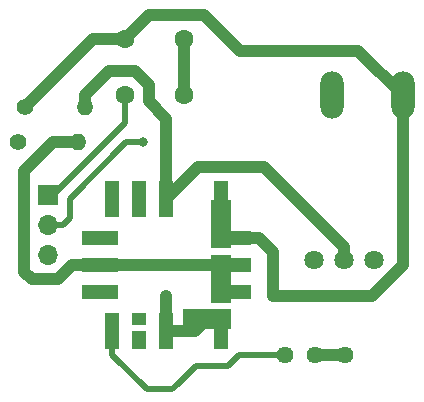
<source format=gbr>
%TF.GenerationSoftware,KiCad,Pcbnew,7.0.2-0*%
%TF.CreationDate,2023-08-02T22:48:59+09:00*%
%TF.ProjectId,power_board,706f7765-725f-4626-9f61-72642e6b6963,rev?*%
%TF.SameCoordinates,Original*%
%TF.FileFunction,Copper,L1,Top*%
%TF.FilePolarity,Positive*%
%FSLAX46Y46*%
G04 Gerber Fmt 4.6, Leading zero omitted, Abs format (unit mm)*
G04 Created by KiCad (PCBNEW 7.0.2-0) date 2023-08-02 22:48:59*
%MOMM*%
%LPD*%
G01*
G04 APERTURE LIST*
G04 Aperture macros list*
%AMOutline4P*
0 Free polygon, 4 corners , with rotation*
0 The origin of the aperture is its center*
0 number of corners: always 4*
0 $1 to $8 corner X, Y*
0 $9 Rotation angle, in degrees counterclockwise*
0 create outline with 4 corners*
4,1,4,$1,$2,$3,$4,$5,$6,$7,$8,$1,$2,$9*%
G04 Aperture macros list end*
%TA.AperFunction,ComponentPad*%
%ADD10O,2.000000X4.000000*%
%TD*%
%TA.AperFunction,ComponentPad*%
%ADD11C,1.440000*%
%TD*%
%TA.AperFunction,ComponentPad*%
%ADD12C,1.400000*%
%TD*%
%TA.AperFunction,ComponentPad*%
%ADD13O,1.400000X1.400000*%
%TD*%
%TA.AperFunction,ComponentPad*%
%ADD14C,1.635000*%
%TD*%
%TA.AperFunction,SMDPad,CuDef*%
%ADD15Outline4P,-1.500000X-0.600000X1.500000X-0.600000X1.500000X0.600000X-1.500000X0.600000X270.000000*%
%TD*%
%TA.AperFunction,SMDPad,CuDef*%
%ADD16Outline4P,-2.035000X-0.885000X2.035000X-0.885000X2.035000X0.885000X-2.035000X0.885000X270.000000*%
%TD*%
%TA.AperFunction,SMDPad,CuDef*%
%ADD17Outline4P,-0.600000X-1.500000X0.600000X-1.500000X0.600000X1.500000X-0.600000X1.500000X270.000000*%
%TD*%
%TA.AperFunction,SMDPad,CuDef*%
%ADD18Outline4P,-0.885000X-2.035000X0.885000X-2.035000X0.885000X2.035000X-0.885000X2.035000X270.000000*%
%TD*%
%TA.AperFunction,SMDPad,CuDef*%
%ADD19Outline4P,-0.750000X-0.600000X0.750000X-0.600000X0.750000X0.600000X-0.750000X0.600000X270.000000*%
%TD*%
%TA.AperFunction,SMDPad,CuDef*%
%ADD20Outline4P,-0.500000X-0.600000X0.500000X-0.600000X0.500000X0.600000X-0.500000X0.600000X270.000000*%
%TD*%
%TA.AperFunction,ComponentPad*%
%ADD21C,1.600000*%
%TD*%
%TA.AperFunction,ComponentPad*%
%ADD22R,1.700000X1.700000*%
%TD*%
%TA.AperFunction,ComponentPad*%
%ADD23O,1.700000X1.700000*%
%TD*%
%TA.AperFunction,ViaPad*%
%ADD24C,0.800000*%
%TD*%
%TA.AperFunction,Conductor*%
%ADD25C,1.000000*%
%TD*%
%TA.AperFunction,Conductor*%
%ADD26C,0.500000*%
%TD*%
G04 APERTURE END LIST*
D10*
%TO.P,SW2,1*%
%TO.N,+12V*%
X164000000Y-99000000D03*
%TO.P,SW2,2*%
%TO.N,Net-(U3-VIN)*%
X170000000Y-99000000D03*
%TD*%
D11*
%TO.P,RV1,1,1*%
%TO.N,Net-(R2-Pad1)*%
X165080000Y-121000000D03*
%TO.P,RV1,2,2*%
X162540000Y-121000000D03*
%TO.P,RV1,3,3*%
%TO.N,Net-(U3-TRIM)*%
X160000000Y-121000000D03*
%TD*%
D12*
%TO.P,R1,1*%
%TO.N,Net-(U3-VIN)*%
X138000000Y-100000000D03*
D13*
%TO.P,R1,2*%
%TO.N,Net-(U3-ON{slash}OFF_CTRL)*%
X143080000Y-100000000D03*
%TD*%
D14*
%TO.P,SW1,1*%
%TO.N,GND*%
X167540000Y-113000000D03*
%TO.P,SW1,2*%
%TO.N,Net-(U3-ON{slash}OFF_CTRL)*%
X165000000Y-113000000D03*
%TO.P,SW1,3*%
%TO.N,N/C*%
X162460000Y-113000000D03*
%TD*%
D15*
%TO.P,U3,1,ON/OFF_CTRL*%
%TO.N,Net-(U3-ON{slash}OFF_CTRL)*%
X150000000Y-107800000D03*
%TO.P,U3,2,VIN*%
%TO.N,Net-(U3-VIN)*%
X154580000Y-107800000D03*
D16*
X154580000Y-109965000D03*
D17*
X155600000Y-111110000D03*
%TO.P,U3,3,GND*%
%TO.N,Net-(R2-Pad2)*%
X155600000Y-113400000D03*
D16*
X154580000Y-114545000D03*
D17*
X155600000Y-115690000D03*
D18*
%TO.P,U3,4,VOUT*%
%TO.N,+5V*%
X153435000Y-118000000D03*
D15*
X154580000Y-119000000D03*
%TO.P,U3,5,SENSE*%
X150000000Y-119000000D03*
%TO.P,U3,6,TRIM*%
%TO.N,Net-(U3-TRIM)*%
X145420000Y-119000000D03*
D17*
%TO.P,U3,7,GND*%
%TO.N,Net-(R2-Pad2)*%
X144400000Y-113400000D03*
%TO.P,U3,8*%
%TO.N,N/C*%
X144400000Y-111110000D03*
D15*
%TO.P,U3,9*%
X145420000Y-107800000D03*
%TO.P,U3,10,PG_OUT*%
%TO.N,unconnected-(U3-PG_OUT-Pad10)*%
X147710000Y-107800000D03*
D19*
%TO.P,U3,11*%
%TO.N,N/C*%
X147710000Y-119750000D03*
D17*
%TO.P,U3,12*%
X144400000Y-115690000D03*
D20*
%TO.P,U3,13*%
X147710000Y-118000000D03*
%TD*%
D21*
%TO.P,C1,1*%
%TO.N,Net-(U3-VIN)*%
X146500000Y-94250000D03*
%TO.P,C1,2*%
%TO.N,GND*%
X151500000Y-94250000D03*
%TD*%
D22*
%TO.P,J2,1,Pin_1*%
%TO.N,+5V*%
X140000000Y-107460000D03*
D23*
%TO.P,J2,2,Pin_2*%
%TO.N,GND*%
X140000000Y-110000000D03*
%TO.P,J2,3,Pin_3*%
%TO.N,+12V*%
X140000000Y-112540000D03*
%TD*%
D21*
%TO.P,C2,1*%
%TO.N,+5V*%
X146500000Y-99000000D03*
%TO.P,C2,2*%
%TO.N,GND*%
X151500000Y-99000000D03*
%TD*%
D12*
%TO.P,R2,1*%
%TO.N,Net-(R2-Pad1)*%
X137460000Y-103000000D03*
D13*
%TO.P,R2,2*%
%TO.N,Net-(R2-Pad2)*%
X142540000Y-103000000D03*
%TD*%
D24*
%TO.N,GND*%
X148000000Y-103000000D03*
%TO.N,+5V*%
X150000000Y-116000000D03*
%TD*%
D25*
%TO.N,Net-(U3-VIN)*%
X153210000Y-92250000D02*
X156210000Y-95250000D01*
X148500000Y-92250000D02*
X153210000Y-92250000D01*
X156210000Y-95250000D02*
X166250000Y-95250000D01*
X166250000Y-95250000D02*
X170000000Y-99000000D01*
D26*
%TO.N,Net-(U3-TRIM)*%
X160000000Y-121000000D02*
X156163688Y-121000000D01*
X156163688Y-121000000D02*
X155243688Y-121920000D01*
X155243688Y-121920000D02*
X152482407Y-121920000D01*
X152482407Y-121920000D02*
X151130000Y-123272407D01*
X151130000Y-123272407D02*
X150986506Y-123454873D01*
X150986506Y-123454873D02*
X150508333Y-123933046D01*
X150508333Y-123933046D02*
X148353046Y-123933046D01*
X148353046Y-123933046D02*
X145420000Y-121000000D01*
X145420000Y-121000000D02*
X145420000Y-119000000D01*
D25*
%TO.N,Net-(U3-VIN)*%
X170000000Y-99000000D02*
X170000000Y-113393176D01*
X143750000Y-94250000D02*
X146500000Y-94250000D01*
X167393176Y-116000000D02*
X159000000Y-116000000D01*
X170000000Y-113393176D02*
X167393176Y-116000000D01*
X138000000Y-100000000D02*
X143750000Y-94250000D01*
X148500000Y-92250000D02*
X146500000Y-94250000D01*
X157810000Y-111110000D02*
X155600000Y-111110000D01*
X159000000Y-116000000D02*
X159000000Y-112300000D01*
X159000000Y-112300000D02*
X157810000Y-111110000D01*
%TO.N,GND*%
X151500000Y-94250000D02*
X151500000Y-99000000D01*
D26*
X141800000Y-109402081D02*
X141800000Y-107770509D01*
X146570509Y-103000000D02*
X148000000Y-103000000D01*
X140000000Y-110000000D02*
X141202081Y-110000000D01*
X141800000Y-107770509D02*
X146570509Y-103000000D01*
X141202081Y-110000000D02*
X141800000Y-109402081D01*
D25*
%TO.N,+5V*%
X150000000Y-119000000D02*
X152435000Y-119000000D01*
D26*
X146500000Y-99000000D02*
X146500000Y-101373453D01*
D25*
X152435000Y-119000000D02*
X153435000Y-118000000D01*
D26*
X146500000Y-101373453D02*
X140413453Y-107460000D01*
D25*
X150000000Y-119000000D02*
X150000000Y-116000000D01*
D26*
X140413453Y-107460000D02*
X140000000Y-107460000D01*
X151852408Y-118247592D02*
X151852408Y-118000000D01*
D25*
%TO.N,Net-(U3-ON{slash}OFF_CTRL)*%
X158256119Y-105100000D02*
X152700000Y-105100000D01*
X143080000Y-99010051D02*
X143080000Y-100000000D01*
X147328428Y-97000000D02*
X145090051Y-97000000D01*
X150000000Y-101000000D02*
X148500000Y-99500000D01*
X165000000Y-111843881D02*
X158256119Y-105100000D01*
X145090051Y-97000000D02*
X143080000Y-99010051D01*
X150000000Y-107800000D02*
X150000000Y-101000000D01*
X148500000Y-99500000D02*
X148500000Y-98171572D01*
X152700000Y-105100000D02*
X150000000Y-107800000D01*
X165000000Y-113000000D02*
X165000000Y-111843881D01*
X148500000Y-98171572D02*
X147328428Y-97000000D01*
%TO.N,Net-(R2-Pad1)*%
X165080000Y-121000000D02*
X162540000Y-121000000D01*
%TO.N,Net-(R2-Pad2)*%
X140360000Y-103000000D02*
X142540000Y-103000000D01*
X142039138Y-113400000D02*
X140849138Y-114590000D01*
X137950000Y-113950000D02*
X137950000Y-105410000D01*
X137950000Y-105410000D02*
X140360000Y-103000000D01*
X140849138Y-114590000D02*
X138590000Y-114590000D01*
X138590000Y-114590000D02*
X137950000Y-113950000D01*
X144400000Y-113400000D02*
X142039138Y-113400000D01*
X155600000Y-113400000D02*
X144400000Y-113400000D01*
%TD*%
M02*

</source>
